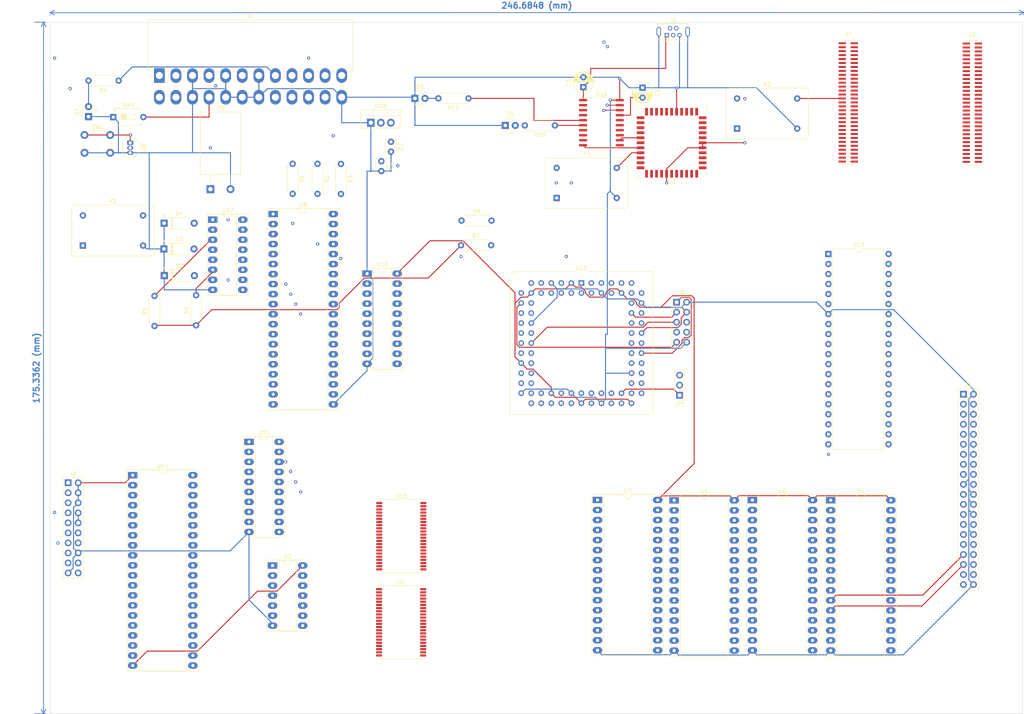
<source format=kicad_pcb>
(kicad_pcb (version 20221018) (generator pcbnew)
  (title_block (date "2022-10-30"))
  (layers (0 "F.Cu" signal) (1 "In1.Cu" signal) (2 "In2.Cu" signal) (31 "B.Cu" signal) (34 "B.Paste" user) (35 "F.Paste" user) (36 "B.SilkS" user "B.Silkscreen") (37 "F.SilkS" user "F.Silkscreen") (38 "B.Mask" user) (39 "F.Mask" user) (44 "Edge.Cuts" user))
  (net 0 "")
  (net 1 "VBUS")
  (net 2 "GND")
  (net 3 "Net-(U16-V_USB)")
  (net 4 "-5V")
  (net 5 "+12V")
  (net 6 "Net-(D1-A)")
  (net 7 "Net-(D2-A)")
  (net 8 "Net-(D3-A)")
  (net 9 "Net-(D4-A)")
  (net 10 "Net-(D5-A)")
  (net 11 "Net-(D6-A)")
  (net 13 "CableSel")
  (net 14 "~{IOCS}")
  (net 15 "~{CS_CMD}")
  (net 16 "VPA")
  (net 17 "~{CS_CTRL}")
  (net 18 "~{ACT}")
  (net 19 "IDE_D7")
  (net 20 "IDE_D8")
  (net 21 "IDE_D6")
  (net 23 "IDE_D9")
  (net 24 "IDE_D5")
  (net 25 "IDE_D10")
  (net 26 "IDE_D4")
  (net 27 "IDE_D11")
  (net 28 "RESET")
  (net 29 "+5V")
  (net 30 "IRQ")
  (net 31 "~{DRQ2}")
  (net 32 "-12V")
  (net 33 "IDE_D3")
  (net 34 "~{SMEMW}")
  (net 35 "~{SMEMR}")
  (net 36 "~{IOW}")
  (net 37 "~{IOR}")
  (net 38 "~{DACK3}")
  (net 39 "~{DRQ3}")
  (net 40 "~{DACK1}")
  (net 41 "~{DACK0}")
  (net 42 "CLK_STR")
  (net 43 "~{DACK2}")
  (net 44 "T{slash}C")
  (net 45 "LATCH_EN")
  (net 46 "ISA_CLK")
  (net 47 "IO_CHK0")
  (net 48 "D7")
  (net 49 "D6")
  (net 50 "D5")
  (net 51 "D4")
  (net 52 "D3")
  (net 53 "D2")
  (net 54 "D1")
  (net 55 "D0")
  (net 56 "IO_RDY")
  (net 57 "BusEnable")
  (net 58 "A19")
  (net 59 "A18")
  (net 60 "A17")
  (net 61 "A16")
  (net 62 "A15")
  (net 63 "A14")
  (net 64 "A13")
  (net 65 "A12")
  (net 66 "A11")
  (net 67 "A10")
  (net 68 "A9")
  (net 69 "A8")
  (net 70 "A7")
  (net 71 "A6")
  (net 72 "A5")
  (net 73 "A4")
  (net 74 "A3")
  (net 75 "A2")
  (net 76 "A1")
  (net 77 "A0")
  (net 78 "IDE_D12")
  (net 79 "IDE_D2")
  (net 80 "IDE_D13")
  (net 81 "IDE_D1")
  (net 82 "IDE_D14")
  (net 83 "USB_D-")
  (net 84 "USB_D+")
  (net 85 "IDE_D0")
  (net 86 "TCK")
  (net 87 "TDO")
  (net 88 "TMS")
  (net 89 "TDI")
  (net 91 "~{DRQ1}")
  (net 93 "IO_CHK1")
  (net 94 "~{CONF}")
  (net 95 "65SIB_CLK")
  (net 96 "65SIB_MOSI")
  (net 97 "65SIB_MISO")
  (net 98 "~{65SIB_IRQ}")
  (net 99 "~{SEL1}")
  (net 100 "~{SEL2}")
  (net 101 "~{SEL3}")
  (net 102 "~{SEL4}")
  (net 103 "~{SEL5}")
  (net 104 "~{SEL6}")
  (net 105 "~{SEL7}")
  (net 106 "~{UART_IRQ}")
  (net 107 "~{NMI}")
  (net 108 "RDY")
  (net 109 "~{IRQ}")
  (net 110 "~{HALT}")
  (net 111 "Net-(J4-PWR_OK)")
  (net 112 "~{RESET}")
  (net 114 "Net-(J4-PS_ON#)")
  (net 115 "Net-(JP1-C)")
  (net 116 "~{WRITE}")
  (net 117 "~{READ}")
  (net 124 "IDE_D15")
  (net 125 "Net-(U17-D3)")
  (net 126 "Net-(U16-GP6{slash}RxLED)")
  (net 127 "Net-(U16-GP7{slash}TxLED)")
  (net 129 "TxD")
  (net 131 "RxD")
  (net 134 "~{UART_EN}")
  (net 139 "Net-(U1-CE2)")
  (net 140 "~{RAM0_EN}")
  (net 141 "Net-(U15-CE2)")
  (net 142 "Net-(U14-PB4)")
  (net 150 "~{RAM1_EN}")
  (net 154 "~{FLASH1_EN}")
  (net 156 "~{FLASH2_EN}")
  (net 157 "~{FLASH3_EN}")
  (net 158 "~{FLASH4_EN}")
  (net 159 "~{VectorPull}")
  (net 160 "ABORT")
  (net 161 "~{MemoryLock}")
  (net 162 "~{DRQ0}")
  (net 163 "DA7")
  (net 164 "DA6")
  (net 165 "DA5")
  (net 166 "DA4")
  (net 167 "DA3")
  (net 168 "DA2")
  (net 169 "DA1")
  (net 170 "DA0")
  (net 171 "R{slash}~{W}")
  (net 172 "Emulation")
  (net 173 "VDA")
  (net 174 "Memory{slash}IndexSelect")
  (net 175 "65SIB_CS1")
  (net 176 "A20")
  (net 177 "A21")
  (net 178 "A22")
  (net 179 "A23")
  (net 180 "NOT_CLK_STR")
  (net 181 "CLK_STD")
  (net 182 "D8")
  (net 188 "Net-(U3-X1{slash}CLK)")
  (net 209 "~{65SIB_CS2}")
  (net 223 "Net-(U17-CP)")
  (net 224 "Net-(U17-Q3)")
  (net 230 "ADDR_LOAD")
  (net 231 "IDE_CS0")
  (net 232 "IDE_A2")
  (net 233 "IDE_A1")
  (net 234 "IDE_A0")
  (net 235 "~{CS_IDE}")
  (net 236 "IDE_RESET")
  (net 237 "IDE_READ")
  (net 238 "IDE_WRITE")
  (net 239 "IDE_CS1")
  (footprint "Capacitor_THT:C_Disc_D3.8mm_W2.6mm_P2.50mm" (layer "F.Cu") (at 167.6654 93.7406 -90)
    (fp_text reference "C3")
    (fp_text value "0.33")
  )
  (footprint "Package_SO:TSOP-II-44_10.16x18.41mm_P0.8mm" (layer "F.Cu") (at 170.2313 215.563)
    (fp_text reference "U1")
    (fp_text value "AS6C8008")
  )
  (footprint "Resistor_THT:R_Axial_DIN0207_L6.3mm_D2.5mm_P7.62mm_Horizontal" (layer "F.Cu") (at 185.42 119.9642)
    (fp_text reference "R7")
    (fp_text value "3.3k")
  )
  (footprint "Resistor_THT:R_Axial_DIN0207_L6.3mm_D2.5mm_P7.62mm_Horizontal" (layer "F.Cu") (at 98.6536 78.232 180)
    (fp_text reference "R4")
    (fp_text value "220 Ω")
  )
  (footprint "Connector_PinHeader_2.54mm:PinHeader_2x20_P2.54mm_Vertical" (layer "F.Cu") (at 312.6994 157.734)
    (fp_text reference "J1")
    (fp_text value "40-pin IDE Connector")
  )
  (footprint "Diode_THT:D_A-405_P7.62mm_Horizontal" (layer "F.Cu") (at 110.1852 114.3762)
    (fp_text reference "D4")
    (fp_text value "D")
  )
  (footprint "Package_DIP:DIP-40_W15.24mm_Socket_LongPads" (layer "F.Cu") (at 102.23 178.2622)
    (fp_text reference "U14")
    (fp_text value "WD65C22")
  )
  (footprint "Capacitor_THT:CP_Radial_D5.0mm_P2.50mm" (layer "F.Cu") (at 231.394 80.0246 -90)
    (fp_text reference "C2")
    (fp_text value "10 µF")
  )
  (footprint "Resistor_THT:R_Axial_DIN0207_L6.3mm_D2.5mm_P7.62mm_Horizontal" (layer "F.Cu") (at 185.5216 113.7158)
    (fp_text reference "R8")
    (fp_text value "3.3k")
  )
  (footprint "Package_DIP:DIP-32_W15.24mm_Socket_LongPads" (layer "F.Cu") (at 259.2324 184.5818)
    (fp_text reference "U6")
    (fp_text value "SST39SF040")
  )
  (footprint "Package_DIP:DIP-40_W15.24mm_Socket_LongPads" (layer "F.Cu") (at 137.8154 112.0444)
    (fp_text reference "U8")
    (fp_text value "WD65C816S")
  )
  (footprint "Resistor_THT:R_Axial_DIN0207_L6.3mm_D2.5mm_P7.62mm_Horizontal" (layer "F.Cu") (at 142.748 99.314 -90)
    (fp_text reference "R1")
    (fp_text value "3.3k")
  )
  (footprint "Package_SO:TSOP-II-44_10.16x18.41mm_P0.8mm" (layer "F.Cu") (at 170.2821 193.7326)
    (fp_text reference "U15")
    (fp_text value "AS6C8008")
  )
  (footprint "Button_Switch_THT:SW_DIP_SPSTx01_Slide_6.7x4.1mm_W7.62mm_P2.54mm_LowProfile" (layer "F.Cu") (at 97.3074 87.4776)
    (fp_text reference "SW2")
    (fp_text value "SW_SPST")
  )
  (footprint "Package_DIP:DIP-32_W15.24mm_Socket_LongPads" (layer "F.Cu") (at 239.395 184.6326)
    (fp_text reference "U5")
    (fp_text value "SST39SF040")
  )
  (footprint "Connector_PinHeader_2.54mm:PinHeader_2x05_P2.54mm_Vertical" (layer "F.Cu") (at 240.03 134.3914)
    (fp_text reference "J6")
    (fp_text value "ATF15XX_JTAG_ISP")
  )
  (footprint "Connector_USB:USB_Mini-B_Tensility_54-00023_Vertical" (layer "F.Cu") (at 237.5666 66.7004)
    (fp_text reference "J5")
    (fp_text value "USB_B")
  )
  (footprint "Package_DIP:DIP-32_W15.24mm_Socket_LongPads" (layer "F.Cu") (at 279.0698 184.6072)
    (fp_text reference "U4")
    (fp_text value "SST39SF040")
  )
  (footprint "Package_DIP:DIP-20_W7.62mm_Socket_LongPads" (layer "F.Cu") (at 161.6048 127.1574)
    (fp_text reference "U12")
    (fp_text value "74HCT573")
  )
  (footprint "Resistor_THT:R_Axial_DIN0207_L6.3mm_D2.5mm_P7.62mm_Horizontal" (layer "F.Cu") (at 209.1944 89.5858 180)
    (fp_text reference "R10")
    (fp_text value "R")
  )
  (footprint "Button_Switch_THT:SW_PUSH_6mm" (layer "F.Cu") (at 90.02 92.02)
    (fp_text reference "SW1")
    (fp_text value "SW_Push")
  )
  (footprint "Connector_PinSocket_1.00mm:PinSocket_2x31_P1.00mm_Vertical_SMD" (layer "F.Cu") (at 283.5158 83.7532)
    (fp_text reference "J7")
    (fp_text value "Bus_ISA_8bit")
  )
  (footprint "Capacitor_THT:C_Disc_D3.8mm_W2.6mm_P2.50mm" (layer "F.Cu") (at 165.227 98.6536 -90)
    (fp_text reference "C4")
    (fp_text value "0.33")
  )
  (footprint "Resistor_THT:R_Axial_DIN0207_L6.3mm_D2.5mm_P7.62mm_Horizontal" (layer "F.Cu") (at 187.2996 82.7278 180)
    (fp_text reference "R11")
    (fp_text value "R")
  )
  (footprint "Package_LCC:PLCC-84_THT-Socket" (layer "F.Cu") (at 215.9 129.54)
    (fp_text reference "U10")
    (fp_text value "ATF1508AS-PLCC84")
  )
  (footprint "Package_TO_SOT_THT:TO-220-3_Vertical" (layer "F.Cu") (at 162.56 88.9)
    (fp_text reference "U18")
    (fp_text value "LM7905_TO220")
  )
  (footprint "Package_TO_SOT_THT:TO-220-2_Horizontal_TabDown" (layer "F.Cu") (at 121.92 105.75)
    (fp_text reference "R5")
    (fp_text value "PWR220T-20-5R00J")
  )
  (footprint "Package_DIP:DIP-16_W7.62mm_Socket_LongPads" (layer "F.Cu") (at 122.5042 113.4872)
    (fp_text reference "U17")
    (fp_text value "74HCT163")
  )
  (footprint "Oscillator:Oscillator_DIP-14" (layer "F.Cu") (at 255.3462 90.3732)
    (fp_text reference "X3")
    (fp_text value "ACO-14.31818MHz")
  )
  (footprint "Package_DIP:DIP-40_W15.24mm" (layer "F.Cu") (at 278.4856 122.174)
    (fp_text reference "U13")
    (fp_text value "8255")
  )
  (footprint "LED_THT:LED_D3.0mm" (layer "F.Cu") (at 91.0336 87.3506 90)
    (fp_text reference "D1")
    (fp_text value "PWR_OK1")
  )
  (footprint "Package_TO_SOT_THT:TO-92_Inline" (layer "F.Cu") (at 101.6 93.98 -90)
    (fp_text reference "U9")
    (fp_text value "DS1813")
  )
  (footprint "Package_LCC:PLCC-44" (layer "F.Cu") (at 238.76 93.98 180)
    (fp_text reference "U3")
    (fp_text value "SC28L91")
  )
  (footprint "Connector_Molex:Molex_Mini-Fit_Jr_5569-24A2_2x12_P4.20mm_Horizontal" (layer "F.Cu") (at 108.98 76.935)
    (fp_text reference "J4")
    (fp_text value "ATX-24")
  )
  (footprint "Package_DIP:DIP-20_W7.62mm_Socket_LongPads" (layer "F.Cu") (at 131.699 169.799)
    (fp_text reference "U11")
    (fp_text value "74HCT245")
  )
  (footprint "LED_THT:LED_D3.0mm" (layer "F.Cu") (at 196.6164 89.5858)
    (fp_text reference "D5")
    (fp_text value "GREEN")
  )
  (footprint "Connector_PinSocket_1.00mm:PinSocket_2x31_P1.00mm_Vertical_SMD" (layer "F.Cu") (at 314.96 83.82)
    (fp_text reference "J3")
    (fp_text value "Bus_ISA_8bit")
  )
  (footprint "LED_THT:LED_D3.0mm" (layer "F.Cu") (at 173.731 82.7278)
    (fp_text reference "D6")
    (fp_text value "GREEN")
  )
  (footprint "Diode_THT:D_A-405_P7.62mm_Horizontal" (layer "F.Cu") (at 110.1344 120.904)
    (fp_text reference "D3")
    (fp_text value "D")
  )
  (footprint "Resistor_THT:R_Axial_DIN0207_L6.3mm_D2.5mm_P7.62mm_Horizontal" (layer "F.Cu") (at 118.2878 140.2588 90)
    (fp_text reference "R6")
    (fp_text value "3.3k")
  )
  (footprint "Oscillator:Oscillator_DIP-14" (layer "F.Cu") (at 209.6262 107.9754)
    (fp_text reference "X1")
    (fp_text value "ACO-3.6864MHz")
  )
  (footprint "Connector_PinHeader_2.54mm:PinHeader_2x10_P2.54mm_Vertical" (layer "F.Cu") (at 85.8774 180.1876)
    (fp_text reference "J8")
    (fp_text value "65SIB_Connector")
  )
  (footprint "Connector_PinHeader_2.54mm:PinHeader_1x03_P2.54mm_Vertical" (layer "F.Cu") (at 240.792 157.988 180)
    (fp_text reference "JP1")
    (fp_text value "Jumper_3_Bridged12")
  )
  (footprint "Resistor_THT:R_Axial_DIN0207_L6.3mm_D2.5mm_P7.62mm_Horizontal" (layer "F.Cu") (at 107.7468 140.4366 90)
    (fp_text reference "R9")
    (fp_text value "3.3k")
  )
  (footprint "Resistor_THT:R_Axial_DIN0207_L6.3mm_D2.5mm_P7.62mm_Horizontal" (layer "F.Cu") (at 154.9908 99.3394 -90)
    (fp_text reference "R3")
    (fp_text value "3.3k")
  )
  (footprint "Oscillator:Oscillator_DIP-14" (layer "F.Cu") (at 89.6112 120.0404)
    (fp_text reference "X2")
    (fp_text value "ACO-24MHz")
  )
  (footprint "Package_SO:SOIC-20W_7.5x12.8mm_P1.27mm" (layer "F.Cu") (at 220.98 88.9)
    (fp_text reference "U16")
    (fp_text value "MCP2200-I-SO")
  )
  (footprint "Resistor_THT:R_Axial_DIN0207_L6.3mm_D2.5mm_P7.62mm_Horizontal" (layer "F.Cu") (at 149.0472 99.314 -90)
    (fp_text reference "R2")
    (fp_text value "3.3k")
  )
  (footprint "Capacitor_THT:CP_Radial_D5.0mm_P2.50mm" (layer "F.Cu") (at 216.408 79.8684 90)
    (fp_text reference "C1")
    (fp_text value "10 µF")
  )
  (footprint "Package_DIP:DIP-32_W15.24mm_Socket_LongPads" (layer "F.Cu") (at 219.9894 184.5564)
    (fp_text reference "U7")
    (fp_text value "SST39SF040")
  )
  (footprint "Package_DIP:DIP-14_W7.62mm_Socket_LongPads" (layer "F.Cu") (at 137.668 201.168)
    (fp_text reference "U2")
    (fp_text value "74HCT04")
  )
  (footprint "Diode_THT:D_A-405_P7.62mm_Horizontal" (layer "F.Cu") (at 110.236 127.6604)
    (fp_text reference "D2")
    (fp_text value "D")
  )
  (gr_line (start 81.28 238.76) (end 81.28 63.5) (stroke (width 0.1)) (layer "Edge.Cuts"))
  (gr_line (start 327.66 63.5) (end 327.66 238.76) (stroke (width 0.1)) (layer "Edge.Cuts"))
  (gr_line (start 256.54 63.5) (end 327.66 63.5) (stroke (width 0.1)) (layer "Edge.Cuts"))
  (gr_line (start 256.54 238.76) (end 81.28 238.76) (stroke (width 0.1)) (layer "Edge.Cuts"))
  (gr_line (start 81.28 63.5) (end 256.54 63.5) (stroke (width 0.1)) (layer "Edge.Cuts"))
  (gr_line (start 327.66 238.76) (end 256.54 238.76) (stroke (width 0.1)) (layer "Edge.Cuts"))
  (dimension (type aligned) (layer "B.Cu") (pts (xy 81.28 60.96) (xy 327.9648 60.9346)) (height 0.043299) (gr_text "246.6848 (mm)" (at 204.622219 59.190599 0.005899483043) (layer "B.Cu") (effects (font (size 1.5 1.5) (thickness 0.3)))) (format (prefix "") (suffix "") (units 2) (units_format 2) (precision 4)) (style (thickness 0.2) (arrow_length 1.27) (text_position_mode 0) (extension_height 0.58642) (extension_offset 0.5) keep_text_aligned))
  (dimension (type aligned) (layer "B.Cu") (pts (xy 76.9112 63.4238) (xy 76.8858 238.76)) (height -2.736049) (gr_text "175.3362 (mm)" (at 77.834549 151.092035 89.99169987) (layer "B.Cu") (effects (font (size 1.5 1.5) (thickness 0.3)))) (format (prefix "") (suffix "") (units 2) (units_format 2) (precision 4)) (style (thickness 0.2) (arrow_length 1.27) (text_position_mode 0) (extension_height 0.58642) (extension_offset 0.5) keep_text_aligned))
  (segment (start 218.313 75.1332) (end 237.2614 75.1332) (width 0.25) (layer "F.Cu") (net 1))
  (segment (start 218.2622 78.0142) (end 218.2622 75.184) (width 0.25) (layer "F.Cu") (net 1))
  (segment (start 216.408 79.8684) (end 216.408 83.107) (width 0.25) (layer "F.Cu") (net 1))
  (segment (start 218.2622 75.184) (end 218.313 75.1332) (width 0.25) (layer "F.Cu") (net 1))
  (segment (start 216.408 79.8684) (end 218.2622 78.0142) (width 0.25) (layer "F.Cu") (net 1))
  (segment (start 237.2614 75.1332) (end 237.2614 67.0056) (width 0.25) (layer "F.Cu") (net 1))
  (segment (start 223.2406 83.1342) (end 223.2152 83.1342) (width 0.25) (layer "F.Cu") (net 2))
  (segment (start 223.266 83.185) (end 223.2406 83.1596) (width 0.25) (layer "F.Cu") (net 2))
  (segment (start 240.03 86.1175) (end 240.03 80.137) (width 0.25) (layer "F.Cu") (net 2))
  (segment (start 240.03 80.137) (end 240.0554 80.1116) (width 0.25) (layer "F.Cu") (net 2))
  (segment (start 223.2152 83.1342) (end 223.2406 83.1596) (width 0.25) (layer "F.Cu") (net 2))
  (segment (start 223.2406 83.1596) (end 223.2406 83.1342) (width 0.25) (layer "F.Cu") (net 2))
  (segment (start 225.63 83.185) (end 225.6028 77.6732) (width 0.25) (layer "F.Cu") (net 2))
  (segment (start 225.63 83.185) (end 223.266 83.185) (width 0.25) (layer "F.Cu") (net 2))
  (segment (start 88.4174 180.1876) (end 100.3046 180.1876) (width 0.25) (layer "F.Cu") (net 2))
  (segment (start 100.3046 180.1876) (end 102.23 178.2622) (width 0.25) (layer "F.Cu") (net 2))
  (via (at 223.2406 83.1342) (size 0.8) (drill 0.4) (layers "F.Cu" "B.Cu") (net 2))
  (via (at 240.0554 80.1116) (size 0.8) (drill 0.4) (layers "F.Cu" "B.Cu") (net 2))
  (via (at 225.6028 77.6732) (size 0.8) (drill 0.4) (layers "F.Cu" "B.Cu") (net 2))
  (segment (start 235.5166 65.8254) (end 235.5166 79.966) (width 0.25) (layer "B.Cu") (net 2))
  (segment (start 227.9542 80.0246) (end 231.394 80.0246) (width 0.25) (layer "B.Cu") (net 2))
  (segment (start 222.4838 133.5838) (end 220.98 132.08) (width 0.25) (layer "B.Cu") (net 2))
  (segment (start 161.6048 151.755) (end 153.0554 160.3044) (width 0.25) (layer "B.Cu") (net 2))
  (segment (start 97.3074 87.4776) (end 98.6028 88.773) (width 0.25) (layer "B.Cu") (net 2))
  (segment (start 221.1144 223.7814) (end 219.9894 222.6564) (width 0.25) (layer "B.Cu") (net 2))
  (segment (start 88.4174 185.2676) (end 87.2424 186.4426) (width 0.25) (layer "B.Cu") (net 2))
  (segment (start 173.7868 77.3684) (end 216.408 77.3684) (width 0.25) (layer "B.Cu") (net 2))
  (segment (start 134.18 76.935) (end 134.18 82.435) (width 0.25) (layer "B.Cu") (net 2))
  (segment (start 314.1472 187.1218) (end 314.0644 187.2046) (width 0.25) (layer "B.Cu") (net 2))
  (segment (start 242.57 134.3914) (end 275.463 134.3914) (width 0.25) (layer "B.Cu") (net 2))
  (segment (start 213.36 157.48) (end 214.3962 158.5162) (width 0.25) (layer "B.Cu") (net 2))
  (segment (start 88.4174 197.9676) (end 87.122 199.263) (width 0.25) (layer "B.Cu") (net 2))
  (segment (start 297.4012 223.8322) (end 315.2394 205.994) (width 0.25) (layer "B.Cu") (net 2))
  (segment (start 222.4838 133.5838) (end 222.4838 106.9288) (width 0.25) (layer "B.Cu") (net 2))
  (segment (start 155.18 82.435) (end 153.00548 80.26048) (width 0.25) (layer "B.Cu") (net 2))
  (segment (start 90.02 96.52) (end 101.6 96.52) (width 0.25) (layer "B.Cu") (net 2))
  (segment (start 231.14 134.62) (end 230.1038 133.5838) (width 0.25) (layer "B.Cu") (net 2))
  (segment (start 98.6028 88.773) (end 98.6028 96.52) (width 0.25) (layer "B.Cu") (net 2))
  (segment (start 280.1948 223.8322) (end 297.4012 223.8322) (width 0.25) (layer "B.Cu") (net 2))
  (segment (start 167.6654 96.2406) (end 167.6654 100.965) (width 0.25) (layer "B.Cu") (net 2))
  (segment (start 117.38 82.435) (end 117.38 96.4372) (width 0.25) (layer "B.Cu") (net 2))
  (segment (start 314.0644 184.499) (end 314.1472 184.5818) (width 0.25) (layer "B.Cu") (net 2))
  (segment (start 208.28 129.54) (end 209.7838 131.0438) (width 0.25) (layer "B.Cu") (net 2))
  (segment (start 225.298 77.3684) (end 225.6028 77.6732) (width 0.25) (layer "B.Cu") (net 2))
  (segment (start 91.0336 87.3506) (end 97.1804 87.3506) (width 0.25) (layer "B.Cu") (net 2))
  (segment (start 223.2406 106.172) (end 223.2406 106.3498) (width 0.25) (layer "B.Cu") (net 2))
  (segment (start 167.68 101.1536) (end 165.227 101.1536) (width 0.25) (layer "B.Cu") (net 2))
  (segment (start 314.1472 187.1218) (end 315.2394 188.214) (width 0.25) (layer "B.Cu") (net 2))
  (segment (start 314.0644 192.119) (end 315.2394 193.294) (width 0.25) (layer "B.Cu") (net 2))
  (segment (start 294.996481 136.289) (end 315.2394 156.531919) (width 0.25) (layer "B.Cu") (net 2))
  (segment (start 232.2764 135.7564) (end 231.14 134.62) (width 0.25) (layer "B.Cu") (net 2))
  (segment (start 122.5042 131.2672) (end 110.2614 131.2672) (width 0.25) (layer "B.Cu") (net 2))
  (segment (start 222.0162 142.5904) (end 221.996 142.5702) (width 0.25) (layer "B.Cu") (net 2))
  (segment (start 235.458 80.0246) (end 231.394 80.0246) (width 0.25) (layer "B.Cu") (net 2))
  (segment (start 314.0644 192.119) (end 314.0644 204.819) (width 0.25) (layer "B.Cu") (net 2))
  (segment (start 260.2376 80.0246) (end 242.8748 80.0246) (width 0.25) (layer "B.Cu") (net 2))
  (segment (start 87.122 199.263) (end 87.122 201.803) (width 0.25) (layer "B.Cu") (net 2))
  (segment (start 127 96.5454) (end 127 105.75) (width 0.25) (layer "B.Cu") (net 2))
  (segment (start 278.4856 137.414) (end 279.6106 136.289) (width 0.25) (layer "B.Cu") (net 2))
  (segment (start 270.5862 90.3732) (end 260.2376 80.0246) (width 0.25) (layer "B.Cu") (net 2))
  (segment (start 161.6048 127.1574) (end 163.1298 128.6824) (width 0.25) (layer "B.Cu") (net 2))
  (segment (start 117.38 80.26048) (end 125.78 80.26048) (width 0.25) (layer "B.Cu") (net 2))
  (segment (start 173.731 82.7278) (end 173.731 77.4242) (width 0.25) (layer "B.Cu") (net 2))
  (segment (start 222.0162 152.4) (end 222.0162 146.0754) (width 0.25) (layer "B.Cu") (net 2))
  (segment (start 162.56 88.9) (end 162.56 101.1174) (width 0.25) (layer "B.Cu") (net 2))
  (segment (start 212.3238 156.4438) (end 213.36 157.48) (width 0.25) (layer "B.Cu") (net 2))
  (segment (start 200.66 157.48) (end 201.6962 156.4438) (width 0.25) (layer "B.Cu") (net 2))
  (segment (start 239.395 222.7326) (end 238.3462 223.7814) (width 0.25) (layer "B.Cu") (net 2))
  (segment (start 223.2406 106.3498) (end 224.8662 107.9754) (width 0.25) (layer "B.Cu") (net 2))
  (segment (start 209.7838 131.0438) (end 219.9438 131.0438) (width 0.25) (layer "B.Cu") (net 2))
  (segment (start 87.2424 196.7926) (end 88.4174 197.9676) (width 0.25) (layer "B.Cu") (net 2))
  (segment (start 162.6762 101.1536) (end 165.227 101.1536) (width 0.25) (layer "B.Cu") (net 2))
  (segment (start 240.7666 79.9992) (end 240.792 80.0246) (width 0.25) (layer "B.Cu") (net 2))
  (segment (start 242.57 134.3914) (end 241.205 135.7564) (width 0.25) (layer "B.Cu") (net 2))
  (segment (start 129.98 82.435) (end 125.78 82.435) (width 0.25) (layer "B.Cu") (net 2))
  (segment (start 96.52 96.52) (end 98.6028 96.52) (width 0.25) (layer "B.Cu") (net 2))
  (segment (start 125.78 80.26048) (end 125.78 82.435) (width 0.25) (layer "B.Cu") (net 2))
  (segment (start 173.731 82.7278) (end 173.731 89.4892) (width 0.25) (layer "B.Cu") (net 2))
  (segment (start 314.0644 187.2046) (end 314.0644 187.452) (width 0.25) (layer "B.Cu") (net 2))
  (segment (start 161.6048 150.0174) (end 161.6048 151.755) (width 0.25) (layer "B.Cu") (net 2))
  (segment (start 240.52 223.8576) (end 239.395 222.7326) (width 0.25) (layer "B.Cu") (net 2))
  (segment (start 225.6028 77.6732) (end 227.9542 80.0246) (width 0.25) (layer "B.Cu") (net 2))
  (segment (start 242.8166 79.9664) (end 242.8748 80.0246) (width 0.25) (layer "B.Cu") (net 2))
  (segment (start 110.1344 120.904) (end 106.4768 120.904) (width 0.25) (layer "B.Cu") (net 2))
  (segment (start 238.3462 223.7814) (end 221.1144 223.7814) (width 0.25) (layer "B.Cu") (net 2))
  (segment (start 117.38 76.935) (end 117.38 82.435) (width 0.25) (layer "B.Cu") (net 2))
  (segment (start 228.6 152.4) (end 222.0162 152.4) (width 0.25) (layer "B.Cu") (net 2))
  (segment (start 235.5166 79.966) (end 235.458 80.0246) (width 0.25) (layer "B.Cu") (net 2))
  (segment (start 162.6362 101.1936) (end 162.6762 101.1536) (width 0.25) (layer "B.Cu") (net 2))
  (segment (start 88.9278 197.4572) (end 126.9008 197.4572) (width 0.25) (layer "B.Cu") (net 2))
  (segment (start 167.6654 100.965) (end 167.767 101.0666) (width 0.25) (layer "B.Cu") (net 2))
  (segment (start 222.4838 142.5702) (end 222.4838 133.5838) (width 0.25) (layer "B.Cu") (net 2))
  (segment (start 315.2394 156.531919) (end 315.2394 157.734) (width 0.25) (layer "B.Cu") (net 2))
  (segment (start 173.6598 89.5604) (end 173.6852 89.5858) (width 0.25) (layer "B.Cu") (net 2))
  (segment (start 106.426 96.52) (end 106.426 120.8532) (width 0.25) (layer "B.Cu") (net 2))
  (segment (start 155.18 82.435) (end 173.4382 82.435) (width 0.25) (layer "B.Cu") (net 2))
  (segment (start 155.18 82.435) (end 155.18 88.9) (width 0.25) (layer "B.Cu") (net 2))
  (segment (start 259.2324 222.6818) (end 258.0566 223.8576) (width 0.25) (layer "B.Cu") (net 2))
  (segment (start 117.38 96.4372) (end 117.2972 96.52) (width 0.25) (layer "B.Cu") (net 2))
  (segment (start 260.3574 223.8068) (end 259.2324 222.6818) (width 0.25) (layer "B.Cu") (net 2))
  (segment (start 314.1472 184.5818) (end 315.2394 185.674) (width 0.25) (layer "B.Cu") (net 2))
  (segment (start 221.996 142.5702) (end 222.4838 142.5702) (width 0.25) (layer "B.Cu") (net 2))
  (segment (start 241.205 135.7564) (end 232.2764 135.7564) (width 0.25) (layer "B.Cu") (net 2))
  (segment (start 106.4768 120.904) (end 105.7148 120.904) (width 0.25) (layer "B.Cu") (net 2))
  (segment (start 87.2424 186.4426) (end 87.2424 196.7926) (width 0.25) (layer "B.Cu") (net 2))
  (segment (start 240.7666 66.7004) (end 240.7666 79.9992) (width 0.25) (layer "B.Cu") (net 2))
  (segment (start 162.56 101.1174) (end 162.6362 101.1936) (width 0.25) (layer "B.Cu") (net 2))
  (segment (start 129.98 82.435) (end 134.18 82.435) (width 0.25) (layer "B.Cu") (net 2))
  (segment (start 314.0644 179.229) (end 314.0644 181.959) (width 0.25) (layer "B.Cu") (net 2))
  (segment (start 88.4174 182.7276) (end 88.4174 180.1876) (width 0.25) (layer "B.Cu") (net 2))
  (segment (start 110.236 131.2926) (end 110.236 127.6604) (width 0.25) (layer "B.Cu") (net 2))
  (segment (start 222.0162 146.0754) (end 222.0162 142.5904) (width 0.25) (layer "B.Cu") (net 2))
  (segment (start 167.767 101.0666) (end 167.68 101.1536) (width 0.25) (layer "B.Cu") (net 2))
  (segment (start 220.98 160.02) (end 222.0162 158.9838) (width 0.25) (layer "B.Cu") (net 2))
  (segment (start 230.1038 133.5838) (end 222.4838 133.5838) (width 0.25) (layer "B.Cu") (net 2))
  (segment (start 314.0644 158.909) (end 314.0644 179.229) (width 0.25) (layer "B.Cu") (net 2))
  (segment (start 126.9746 96.52) (end 127 96.5454) (width 0.25) (layer "B.Cu") (net 2))
  (segment (start 201.6962 156.4438) (end 212.3238 156.4438) (width 0.25) (layer "B.Cu") (net 2))
  (segment (start 110.1852 114.3762) (end 110.1852 127.6096) (width 0.25) (layer "B.Cu") (net 2))
  (segment (start 219.9438 131.0438) (end 220.98 132.08) (width 0.25) (layer "B.Cu") (net 2))
  (segment (start 240.792 80.0246) (end 239.6998 80.0246) (width 0.25) (layer "B.Cu") (net 2))
  (segment (start 87.122 201.803) (end 85.8774 203.0476) (width 0.25) (layer "B.Cu") (net 2))
  (segment (start 222.4838 106.9288) (end 223.2406 106.172) (width 0.25) (layer "B.Cu") (net 2))
  (segment (start 110.2614 131.2672) (end 110.236 131.2926) (width 0.25) (layer "B.Cu") (net 2))
  (segment (start 275.463 134.3914) (end 278.4856 137.414) (width 0.25) (layer "B.Cu") (net 2))
  (segment (start 136.35452 80.26048) (end 134.18 82.435) (width 0.25) (layer "B.Cu") (net 2))
  (segment (start 173.731 89.4892) (end 173.6598 89.5604) (width 0.25) (layer "B.Cu") (net 2))
  (segment (start 161.5948 101.1936) (end 162.6362 101.1936) (width 0.25) (layer "B.Cu") (net 2))
  (segment (start 314.0644 181.959) (end 314.0644 184.499) (width 0.25) (layer "B.Cu") (net 2))
  (segment (start 258.0566 223.8576) (end 240.52 223.8576) (width 0.25) (layer "B.Cu") (net 2))
  (segment (start 241.046 146.0754) (end 222.0162 146.0754) (width 0.25) (layer "B.Cu") (net 2))
  (segment (start 117.2972 96.52) (end 106.426 96.52) (width 0.25) (layer "B.Cu") (net 2))
  (segment (start 219.4762 158.5162) (end 220.98 160.02) (width 0.25) (layer "B.Cu") (net 2))
  (segment (start 242.8166 65.8254) (end 242.8166 79.9664) (width 0.25) (layer "B.Cu") (net 2))
  (segment (start 314.0644 179.229) (end 312.6994 180.594) (width 0.25) (layer "B.Cu") (net 2))
  (segment (start 131.699 192.659) (end 131.699 209.88999) (width 0.25) (layer "B.Cu") (net 2))
  (segment (start 240.0554 80.1116) (end 239.9684 80.0246) (width 0.25) (layer "B.Cu") (net 2))
  (segment (start 161.6048 127.1574) (end 161.6048 101.2036) (width 0.25) (layer "B.Cu") (net 2))
  (segment (start 117.2972 96.52) (end 126.9746 96.52) (width 0.25) (layer "B.Cu") (net 2))
  (segment (start 163.1298 128.6824) (end 163.1298 148.4924) (width 0.25) (layer "B.Cu") (net 2))
  (segment (start 173.731 77.4242) (end 173.7868 77.3684) (width 0.25) (layer "B.Cu") (net 2))
  (segment (start 131.699 209.88999) (end 137.668 215.85899) (width 0.25) (layer "B.Cu") (net 2))
  (segment (start 222.0162 158.9838) (end 222.0162 152.4) (width 0.25) (layer "B.Cu") (net 2))
  (segment (start 153.00548 80.26048) (end 136.35452 80.26048) (width 0.25) (layer "B.Cu") (net 2))
  (segment (start 106.426 120.8532) (end 106.4768 120.904) (width 0.25) (layer "B.Cu") (net 2))
  (segment (start 277.9702 223.8068) (end 260.3574 223.8068) (width 0.25) (layer "B.Cu") (net 2))
  (segment (start 223.2406 83.1342) (end 223.2406 106.172) (width 0.25) (layer "B.Cu") (net 2))
  (segment (start 279.0698 222.7072) (end 277.9702 223.8068) (width 0.25) (layer "B.Cu") (net 2))
  (segment (start 314.0644 184.499) (end 314.0644 187.452) (width 0.25) (layer "B.Cu") (net 2))
  (segment (start 279.6106 136.289) (end 294.996481 136.289) (width 0.25) (layer "B.Cu") (net 2))
  (segment (start 173.6852 89.5858) (end 196.6164 89.5858) (width 0.25) (layer "B.Cu") (net 2))
  (segment (start 279.0698 222.7072) (end 280.1948 223.8322) (width 0.25) (layer "B.Cu") (net 2))
  (segment (start 314.0644 204.819) (end 315.2394 205.994) (width 0.25) (layer "B.Cu") (net 2))
  (segment (start 105.7148 120.904) (end 104.8512 120.0404) (width 0.25) (layer "B.Cu") (net 2))
  (segment (start 117.38 82.435) (end 117.38 80.26048) (width 0.25) (layer "B.Cu") (net 2))
  (segment (start 239.9684 80.0246) (end 239.6998 80.0246) (width 0.25) (layer "B.Cu") (net 2))
  (segment (start 126.9008 197.4572) (end 131.699 192.659) (width 0.25) (layer "B.Cu") (net 2))
  (segment (start 216.408 77.3684) (end 225.298 77.3684) (width 0.25) (layer "B.Cu") (net 2))
  (segment (start 163.1298 148.4924) (end 161.6048 150.0174) (width 0.25) (layer "B.Cu") (net 2))
  (segment (start 203.2 139.7) (end 209.7838 133.1162) (width 0.25) (layer "B.Cu") (net 2))
  (segment (start 88.4174 185.2676) (end 88.4174 182.7276) (width 0.25) (layer "B.Cu") (net 2))
  (segment (start 155.18 88.9) (end 162.56 88.9) (width 0.25) (layer "B.Cu") (net 2))
  (segment (start 239.6998 80.0246) (end 235.458 80.0246) (width 0.25) (layer "B.Cu") (net 2))
  (segment (start 125.78 76.935) (end 125.78 82.435) (width 0.25) (layer "B.Cu") (net 2))
  (segment (start 161.6048 101.2036) (end 161.5948 101.1936) (width 0.25) (layer "B.Cu") (net 2))
  (segment (start 314.0644 181.959) (end 315.2394 183.134) (width 0.25) (layer "B.Cu") (net 2))
  (segment (start 315.2394 157.734) (end 314.0644 158.909) (width 0.25) (layer "B.Cu") (net 2))
  (segment (start 209.7838 133.1162) (end 209.7838 131.0438) (width 0.25) (layer "B.Cu") (net 2))
  (segment (start 106.426 96.52) (end 101.6 96.52) (width 0.25) (layer "B.Cu") (net 2))
  (segment (start 314.0644 187.452) (end 314.0644 192.119) (width 0.25) (layer "B.Cu") (net 2))
  (segment (start 242.8748 80.0246) (end 240.792 80.0246) (width 0.25) (layer "B.Cu") (net 2))
  (segment (start 98.6028 96.52) (end 101.6 96.52) (width 0.25) (layer "B.Cu") (net 2))
  (segment (start 214.3962 158.5162) (end 219.4762 158.5162) (width 0.25) (layer "B.Cu") (net 2))
  (segment (start 242.57 144.5514) (end 241.046 146.0754) (width 0.25) (layer "B.Cu") (net 2))
  (segment (start 225.63 86.995) (end 228.1936 86.995) (width 0.25) (layer "F.Cu") (net 3))
  (segment (start 228.1936 86.995) (end 228.346 86.8426) (width 0.25) (layer "F.Cu") (net 3))
  (segment (start 228.346 86.8426) (end 228.346 82.5246) (width 0.25) (layer "F.Cu") (net 3))
  (segment (start 228.346 82.5246) (end 231.394 82.5246) (width 0.25) (layer "F.Cu") (net 3))
  (via (at 82.423 72.517) (size 0.8) (drill 0.4) (layers "F.Cu" "B.Cu") (net 5))
  (via (at 82.423 187.706) (size 0.8) (drill 0.4) (layers "F.Cu" "B.Cu") (net 5))
  (via (at 146.812 72.517) (size 0.8) (drill 0.4) (layers "F.Cu" "B.Cu") (net 5))
  (segment (start 88.4174 190.3476) (end 88.4174 187.8076) (width 0.25) (layer "B.Cu") (net 5))
  (segment (start 91.0336 78.232) (end 91.0336 84.8106) (width 0.25) (layer "B.Cu") (net 6))
  (segment (start 121.9962 118.5672) (end 107.7468 132.8166) (width 0.25) (layer "F.Cu") (net 9))
  (segment (start 176.271 82.7278) (end 179.6796 82.7278) (width 0.25) (layer "B.Cu") (net 11))
  (segment (start 226.06 132.08) (end 225.0238 131.0438) (width 0.25) (layer "F.Cu") (net 29))
  (segment (start 243.8914 132.7664) (end 244.475 133.35) (width 0.25) (layer "F.Cu") (net 29))
  (segment (start 199.0924 148.2924) (end 200.66 149.86) (width 0.25) (layer "F.Cu") (net 29))
  (segment (start 216.9362 131.650791) (end 215.861609 130.5762) (width 0.25) (layer "F.Cu") (net 29))
  (segment (start 213.36 129.54) (end 211.8562 131.0438) (width 0.25) (layer "F.Cu") (net 29))
  (segment (start 222.123 132.011591) (end 222.123 132.402409) (width 0.25) (layer "F.Cu") (net 29))
  (segment (start 244.475 175.3108) (end 235.2294 184.5564) (width 0.25) (layer "F.Cu") (net 29))
  (segment (start 199.0924 135.001) (end 199.0924 148.2924) (width 0.25) (layer "F.Cu") (net 29))
  (segment (start 214.3962 130.5762) (end 213.36 129.54) (width 0.25) (layer "F.Cu") (net 29))
  (segment (start 222.123 132.402409) (end 221.409209 133.1162) (width 0.25) (layer "F.Cu") (net 29))
  (segment (start 293.1848 183.4822) (end 294.3098 184.6072) (width 0.25) (layer "F.Cu") (net 29))
  (segment (start 225.0238 131.0438) (end 223.090791 131.0438) (width 0.25) (layer "F.Cu") (net 29))
  (segment (start 145.288 201.168) (end 138.793 207.663) (width 0.25) (layer "F.Cu") (net 29))
  (segment (start 253.51 183.5076) (end 254.635 184.6326) (width 0.25) (layer "F.Cu") (net 29))
  (segment (start 200.66 149.86) (end 202.1638 151.3638) (width 0.25) (layer "F.Cu") (net 29))
  (segment (start 227.5638 158.9838) (end 228.6 160.02) (width 0.25) (layer "F.Cu") (net 29))
  (segment (start 208.28 157.48) (end 209.3162 158.5162) (width 0.25) (layer "F.Cu") (net 29))
  (segment (start 138.793 207.663) (end 133.84 207.663) (width 0.25) (layer "F.Cu") (net 29))
  (segment (start 105.895 222.8572) (end 102.23 226.5222) (width 0.25) (layer "F.Cu") (net 29))
  (segment (start 274.4724 184.5818) (end 275.572 183.4822) (width 0.25) (layer "F.Cu") (net 29))
  (segment (start 199.0924 134.6636) (end 199.0924 135.001) (width 0.25) (layer "F.Cu") (net 29))
  (segment (start 223.090791 131.0438) (end 222.123 132.011591) (width 0.25) (layer "F.Cu") (net 29))
  (segment (start 169.2248 127.1574) (end 177.543 118.8392) (width 0.25) (layer "F.Cu") (net 29))
  (segment (start 216.9362 132.08) (end 216.9362 131.650791) (width 0.25) (layer "F.Cu") (net 29))
  (segment (start 255.8108 183.4568) (end 273.3474 183.4568) (width 0.25) (layer "F.Cu") (net 29))
  (segment (start 203.2 132.08) (end 202.1638 133.1162) (width 0.25) (layer "F.Cu") (net 29))
  (segment (start 226.06 132.08) (end 227.5638 133.5838) (width 0.25) (layer "F.Cu") (net 29))
  (segment (start 241.2948 135.6562) (end 242.57 136.9314) (width 0.25) (layer "F.Cu") (net 29))
  (segment (start 244.475 133.35) (end 244.475 175.3108) (width 0.25) (layer "F.Cu") (net 29))
  (segment (start 203.629209 151.3638) (end 208.28 156.014591) (width 0.25) (layer "F.Cu") (net 29))
  (segment (start 229.029209 133.5838) (end 229.87 134.424591) (width 0.25) (layer "F.Cu") (net 29))
  (segment (start 185.8952 118.8392) (end 199.0924 132.0364) (width 0.25) (layer "F.Cu") (net 29))
  (segment (start 208.28 156.014591) (end 208.28 157.48) (width 0.25) (layer "F.Cu") (net 29))
  (segment (start 275.572 183.4822) (end 293.1848 183.4822) (width 0.25) (layer "F.Cu") (net 29))
  (segment (start 230.710791 135.6562) (end 236.093 135.6562) (width 0.25) (layer "F.Cu") (net 29))
  (segment (start 229.87 134.815409) (end 230.710791 135.6562) (width 0.25) (layer "F.Cu") (net 29))
  (segment (start 246.6225 93.98) (end 257.302 93.98) (width 0.25) (layer "F.Cu") (net 29))
  (segment (start 202.1638 133.1162) (end 200.6398 133.1162) (width 0.25) (layer "F.Cu") (net 29))
  (segment (start 235.2294 184.5564) (end 236.2782 183.5076) (width 0.25) (layer "F.Cu") (net 29))
  (segment (start 118.6458 222.8572) (end 105.895 222.8572) (width 0.25) (layer "F.Cu") (net 29))
  (segment (start 215.861609 130.5762) (end 214.3962 130.5762) (width 0.25) (layer "F.Cu") (net 29))
  (segment (start 199.0924 132.0364) (end 199.0924 135.001) (width 0.25) (layer "F.Cu") (net 29))
  (segment (start 236.2782 183.5076) (end 253.51 183.5076) (width 0.25) (layer "F.Cu") (net 29))
  (segment (start 216.9362 158.9838) (end 227.5638 158.9838) (width 0.25) (layer "F.Cu") (net 29))
  (segment (start 202.1638 151.3638) (end 203.629209 151.3638) (width 0.25) (layer "F.Cu") (net 29))
  (segment (start 273.3474 183.4568) (end 274.4724 184.5818) (width 0.25) (layer "F.Cu") (net 29))
  (segment (start 200.6398 133.1162) (end 199.0924 134.6636) (width 0.25) (layer "F.Cu") (net 29))
  (segment (start 209.3162 158.5162) (end 214.3962 158.5162) (width 0.25) (layer "F.Cu") (net 29))
  (segment (start 227.5638 133.5838) (end 229.029209 133.5838) (width 0.25) (layer "F.Cu") (net 29))
  (segment (start 240.326701 140.8364) (end 232.5436 140.8364) (width 0.25) (layer "F.Cu") (net 29))
  (segment (start 241.205 138.2964) (end 241.205 139.958101) (width 0.25) (layer "F.Cu") (net 29))
  (segment (start 204.2362 131.0438) (end 203.2 132.08) (width 0.25) (layer "F.Cu") (net 29))
  (segment (start 133.84 207.663) (end 118.6458 222.8572) (width 0.25) (layer "F.Cu") (net 29))
  (segment (start 177.543 118.8392) (end 185.8952 118.8392) (width 0.25) (layer "F.Cu") (net 29))
  (segment (start 241.205 139.958101) (end 240.326701 140.8364) (width 0.25) (layer "F.Cu") (net 29))
  (segment (start 246.6225 95.25) (end 242.87 95.25) (width 0.25) (layer "F.Cu") (net 29))
  (segment (start 232.5436 140.8364) (end 231.14 142.24) (width 0.25) (layer "F.Cu") (net 29))
  (segment (start 237.49 100.63) (end 237.49 101.8425) (width 0.25) (layer "F.Cu") (net 29))
  (segment (start 236.093 135.6562) (end 241.2948 135.6562) (width 0.25) (layer "F.Cu") (net 29))
  (segment (start 214.3962 158.5162) (end 215.9 160.02) (width 0.25) (layer "F.Cu") (net 29))
  (segment (start 238.9828 132.7664) (end 243.8914 132.7664) (width 0.25) (layer "F.Cu") (net 29))
  (segment (start 229.87 134.424591) (end 229.87 134.815409) (width 0.25) (layer "F.Cu") (net 29))
  (segment (start 217.9724 133.1162) (end 216.9362 132.08) (width 0.25) (layer "F.Cu") (net 29))
  (segment (start 211.8562 131.0438) (end 204.2362 131.0438) (width 0.25) (layer "F.Cu") (net 29))
  (segment (start 242.87 95.25) (end 237.49 100.63) (width 0.25) (layer "F.Cu") (net 29))
  (segment (start 254.635 184.6326) (end 255.8108 183.4568) (width 0.25) (layer "F.Cu") (net 29))
  (segment (start 215.9 160.02) (end 216.9362 158.9838) (width 0.25) (layer "F.Cu") (net 29))
  (segment (start 242.57 136.9314) (end 241.205 138.2964) (width 0.25) (layer "F.Cu") (net 29))
  (segment (start 221.409209 133.1162) (end 217.9724 133.1162) (width 0.25) (layer "F.Cu") (net 29))
  (segment (start 237.49 101.8425) (end 237.49 104.14) (width 0.25) (layer "F.Cu") (net 29))
  (segment (start 236.093 135.6562) (end 238.9828 132.7664) (width 0.25) (layer "F.Cu") (net 29))
  (segment (start 246.6225 93.98) (end 246.6225 95.25) (width 0.25) (layer "F.Cu") (net 29))
  (via (at 257.302 93.98) (size 0.8) (drill 0.4) (layers "F.Cu" "B.Cu") (net 29))
  (via (at 169.3746 99.7786) (size 0.8) (drill 0.4) (layers "F.Cu" "B.Cu") (net 29))
  (via (at 213.36 104.14) (size 0.8) (drill 0.4) (layers "F.Cu" "B.Cu") (net 29))
  (via (at 257.302 82.804) (size 0.8) (drill 0.4) (layers "F.Cu" "B.Cu") (net 29))
  (via (at 123.255 79.5274) (size 0.8) (drill 0.4) (layers "F.Cu" "B.Cu") (net 29))
  (via (at 237.49 104.14) (size 0.8) (drill 0.4) (layers "F.Cu" "B.Cu") (net 29))
  (via (at 209.55 104.14) (size 0.8) (drill 0.4) (layers "F.Cu" "B.Cu") (net 29))
  (via (at 126.4158 128.8034) (size 0.8) (drill 0.4) (layers "F.Cu" "B.Cu") (net 29))
  (via (at 121.92 95.25) (size 0.8) (drill 0.4) (layers "F.Cu" "B.Cu") (net 29))
  (via (at 126.4158 113.4872) (size 0.8) (drill 0.4) (layers "F.Cu" "B.Cu") (net 29))
  (via (at 86.364 80.26) (size 0.8) (drill 0.4) (layers "F.Cu" "B.Cu") (net 32))
  (via (at 83.312 195.453) (size 0.8) (drill 0.4) (layers "F.Cu" "B.Cu") (net 32))
  (segment (start 270.5862 82.7532) (end 281.9908 82.7532) (width 0.25) (layer "F.Cu") (net 46))
  (segment (start 302.4124 208.661) (end 312.6994 198.374) (width 0.25) (layer "F.Cu") (net 76))
  (segment (start 280.416 208.661) (end 302.4124 208.661) (width 0.25) (layer "F.Cu") (net 76))
  (segment (start 279.0698 210.0072) (end 280.416 208.661) (width 0.25) (layer "F.Cu") (net 76))
  (segment (start 312.6994 200.914) (end 302.1912 211.4222) (width 0.25) (layer "F.Cu") (net 77))
  (segment (start 280.1948 211.4222) (end 279.0698 212.5472) (width 0.25) (layer "F.Cu") (net 77))
  (segment (start 302.1912 211.4222) (end 280.1948 211.4222) (width 0.25) (layer "F.Cu") (net 77))
  (via (at 278.511 172.974) (size 0.8) (drill 0.4) (layers "F.Cu" "B.Cu") (net 79))
  (segment (start 225.63 85.725) (end 221.5896 85.725) (width 0.2) (layer "F.Cu") (net 83))
  (segment (start 221.5896 85.725) (end 221.5642 85.7504) (width 0.2) (layer "F.Cu") (net 83))
  (via (at 221.615 68.453) (size 0.8) (drill 0.4) (layers "F.Cu" "B.Cu") (net 83))
  (via (at 221.5642 85.7504) (size 0.8) (drill 0.4) (layers "F.Cu" "B.Cu") (net 83))
  (segment (start 222.4278 84.455) (end 225.63 84.455) (width 0.2) (layer "F.Cu") (net 84))
  (via (at 222.4278 84.455) (size 0.8) (drill 0.4) (layers "F.Cu" "B.Cu") (net 84))
  (via (at 222.504 69.596) (size 0.8) (drill 0.4) (layers "F.Cu" "B.Cu") (net 84))
  (segment (start 241.205 133.2164) (end 243.2492 133.2164) (width 0.25) (layer "F.Cu") (net 86))
  (segment (start 241.395 144.064699) (end 241.395 144.848101) (width 0.25) (layer "F.Cu") (net 86))
  (segment (start 243.2492 133.2164) (end 243.745 133.7122) (width 0.25) (layer "F.Cu") (net 86))
  (segment (start 238.923101 147.32) (end 231.14 147.32) (width 0.25) (layer "F.Cu") (net 86))
  (segment (start 242.083299 143.3764) (end 241.395 144.064699) (width 0.25) (layer "F.Cu") (net 86))
  (segment (start 243.745 142.688101) (end 243.056701 143.3764) (width 0.25) (layer "F.Cu") (net 86))
  (segment (start 243.056701 143.3764) (end 242.083299 143.3764) (width 0.25) (layer "F.Cu") (net 86))
  (segment (start 243.745 133.7122) (end 243.745 142.688101) (width 0.25) (layer "F.Cu") (net 86))
  (segment (start 240.03 134.3914) (end 241.205 133.2164) (width 0.25) (layer "F.Cu") (net 86))
  (segment (start 241.395 144.848101) (end 238.923101 147.32) (width 0.25) (layer "F.Cu") (net 86))
  (segment (start 229.6362 138.1962) (end 228.6 137.16) (width 0.25) (layer "F.Cu") (net 87))
  (segment (start 240.03 136.9314) (end 238.7652 138.1962) (width 0.25) (layer "F.Cu") (net 87))
  (segment (start 238.7652 138.1962) (end 229.6362 138.1962) (width 0.25) (layer "F.Cu") (net 87))
  (segment (start 232.834009 139.4714) (end 231.569209 140.7362) (width 0.25) (layer "F.Cu") (net 88))
  (segment (start 207.2438 140.7362) (end 203.2 144.78) (width 0.25) (layer "F.Cu") (net 88))
  (segment (start 240.03 139.4714) (end 232.834009 139.4714) (width 0.25) (layer "F.Cu") (net 88))
  (segment (start 231.569209 140.7362) (end 207.2438 140.7362) (width 0.25) (layer "F.Cu") (net 88))
  (segment (start 199.5424 145.127809) (end 199.5424 135.7376) (width 0.25) (layer "F.Cu") (net 89))
  (segment (start 238.7652 145.8162) (end 200.230791 145.8162) (width 0.25) (layer "F.Cu") (net 89))
  (segment (start 200.230791 145.8162) (end 199.5424 145.127809) (width 0.25) (layer "F.Cu") (net 89))
  (segment (start 199.5424 135.7376) (end 200.66 134.62) (width 0.25) (layer "F.Cu") (net 89))
  (segment (start 240.03 144.5514) (end 238.7652 145.8162) (width 0.25) (layer "F.Cu") (net 89))
  (segment (start 239.2478 156.4438) (end 240.792 157.988) (width 0.25) (layer "F.Cu") (net 106))
  (segment (start 226.06 157.48) (end 227.0962 156.4438) (width 0.25) (layer "F.Cu") (net 106))
  (segment (start 227.0962 156.4438) (end 239.2478 156.4438) (width 0.25) (layer "F.Cu") (net 106))
  (via (at 154.94 123.317) (size 0.8) (drill 0.4) (layers "F.Cu" "B.Cu") (net 107))
  (via (at 142.748 114.427) (size 0.8) (drill 0.4) (layers "F.Cu" "B.Cu") (net 108))
  (via (at 149.098 119.634) (size 0.8) (drill 0.4) (layers "F.Cu" "B.Cu") (net 109))
  (segment (start 185.42 119.9642) (end 177.1018 128.2824) (width 0.25) (layer "F.Cu") (net 110))
  (segment (start 154.5804 134.5986) (end 154.5804 135.66039) (width 0.25) (layer "F.Cu") (net 110))
  (segment (start 153.94439 136.2964) (end 122.2502 136.2964) (width 0.25) (layer "F.Cu") (net 110))
  (segment (start 122.2502 136.2964) (end 118.2878 140.2588) (width 0.25) (layer "F.Cu") (net 110))
  (segment (start 154.5804 135.66039) (end 153.94439 136.2964) (width 0.25) (layer "F.Cu") (net 110))
  (segment (start 160.8966 128.2824) (end 154.5804 134.5986) (width 0.25) (layer "F.Cu") (net 110))
  (segment (start 118.2878 140.2588) (end 107.9246 140.2588) (width 0.25) (layer "F.Cu") (net 110))
  (segment (start 177.1018 128.2824) (end 160.8966 128.2824) (width 0.25) (layer "F.Cu") (net 110))
  (via (at 185.42 122.809) (size 0.8) (drill 0.4) (layers "F.Cu" "B.Cu") (net 110))
  (via (at 212.09 122.809) (size 0.8) (drill 0.4) (layers "F.Cu" "B.Cu") (net 110))
  (segment (start 136.205 74.76) (end 102.1256 74.76) (width 0.25) (layer "B.Cu") (net 111))
  (segment (start 102.1256 74.76) (end 98.6536 78.232) (width 0.25) (layer "B.Cu") (net 111))
  (segment (start 138.38 76.935) (end 136.205 74.76) (width 0.25) (layer "B.Cu") (net 111))
  (segment (start 101.672 92.02) (end 101.6762 92.0242) (width 0.25) (layer "F.Cu") (net 112))
  (segment (start 90.02 92.02) (end 96.52 92.02) (width 0.25) (layer "F.Cu") (net 112))
  (segment (start 96.52 92.02) (end 101.672 92.02) (width 0.25) (layer "F.Cu") (net 112))
  (segment (start 101.6 92.1004) (end 101.6 93.98) (width 0.25) (layer "F.Cu") (net 112))
  (segment (start 101.6762 92.0242) (end 101.6 92.1004) (width 0.25) (layer "F.Cu") (net 112))
  (via (at 101.672 92.02) (size 0.8) (drill 0.4) (layers "F.Cu" "B.Cu") (net 112))
  (via (at 153.035 92.202) (size 0.8) (drill 0.4) (layers "F.Cu" "B.Cu") (net 112))
  (segment (start 121.6152 87.4776) (end 104.9274 87.4776) (width 0.25) (layer "F.Cu") (net 114))
  (segment (start 121.58 87.4424) (end 121.6152 87.4776) (width 0.25) (layer "F.Cu") (net 114))
  (segment (start 121.58 82.435) (end 121.58 87.4424) (width 0.25) (layer "F.Cu") (net 114))
  (segment (start 118.2878 130.95261) (end 122.5042 126.73621) (width 0.25) (layer "F.Cu") (net 125))
  (segment (start 118.2878 132.6388) (end 118.2878 130.95261) (width 0.25) (layer "F.Cu") (net 125))
  (segment (start 216.2792 89.5858) (end 209.1944 89.5858) (width 0.25) (layer "F.Cu") (net 126))
  (segment (start 203.8604 88.3158) (end 203.8858 88.2904) (width 0.25) (layer "F.Cu") (net 127))
  (segment (start 216.2792 88.3158) (end 203.8604 88.3158) (width 0.25) (layer "F.Cu") (net 127))
  (segment (start 203.8604 82.7278) (end 187.2996 82.7278) (width 0.25) (layer "F.Cu") (net 127))
  (segment (start 203.8858 82.7532) (end 203.8604 82.7278) (width 0.25) (layer "F.Cu") (net 127))
  (segment (start 203.8858 88.2904) (end 203.8858 82.7532) (width 0.25) (layer "F.Cu") (net 127))
  (segment (start 225.63 93.345) (end 226.265 92.71) (width 0.25) (layer "F.Cu") (net 129))
  (segment (start 226.265 92.71) (end 230.8975 92.71) (width 0.25) (layer "F.Cu") (net 129))
  (segment (start 216.33 94.615) (end 216.965 95.25) (width 0.25) (layer "F.Cu") (net 131))
  (segment (start 216.965 95.25) (end 230.8975 95.25) (width 0.25) (layer "F.Cu") (net 131))
  (via (at 144.78 182.499) (size 0.8) (drill 0.4) (layers "F.Cu" "B.Cu") (net 167))
  (via (at 144.78 137.414) (size 0.8) (drill 0.4) (layers "F.Cu" "B.Cu") (net 167))
  (via (at 143.51 179.959) (size 0.8) (drill 0.4) (layers "F.Cu" "B.Cu") (net 168))
  (via (at 143.51 134.9044) (size 0.8) (drill 0.4) (layers "F.Cu" "B.Cu") (net 168))
  (via (at 142.24 177.292) (size 0.8) (drill 0.4) (layers "F.Cu" "B.Cu") (net 169))
  (via (at 142.2704 132.3644) (size 0.8) (drill 0.4) (layers "F.Cu" "B.Cu") (net 169))
  (via (at 140.97 174.879) (size 0.8) (drill 0.4) (layers "F.Cu" "B.Cu") (net 170))
  (via (at 141.0004 129.8244) (size 0.8) (drill 0.4) (layers "F.Cu" "B.Cu") (net 170))
  (segment (start 230.8975 96.52) (end 228.7016 96.52) (width 0.25) (layer "F.Cu") (net 188))
  (segment (start 228.7016 96.52) (end 224.8662 100.3554) (width 0.25) (layer "F.Cu") (net 188))
)
</source>
